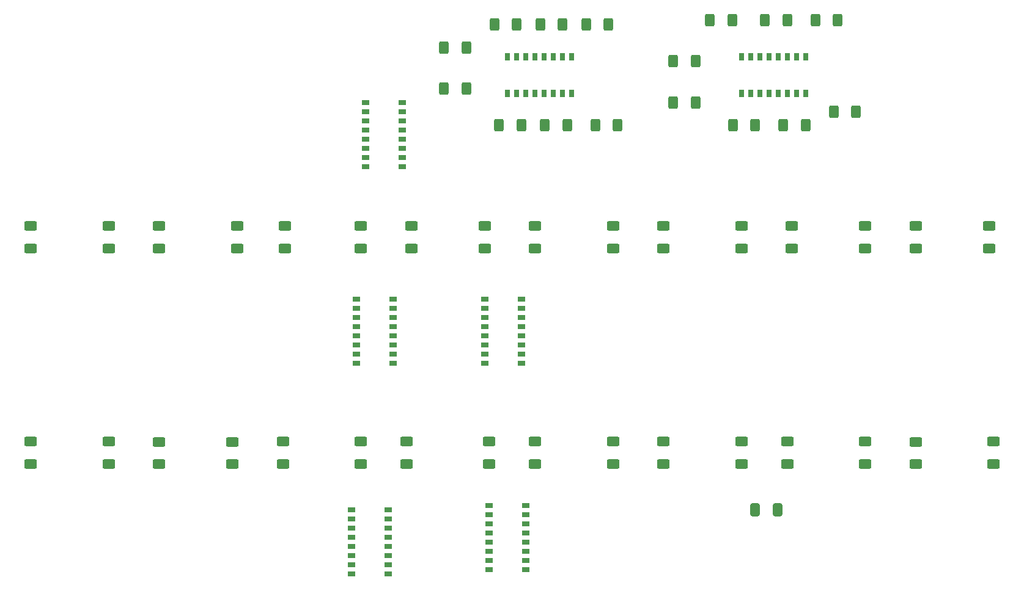
<source format=gbr>
%TF.GenerationSoftware,KiCad,Pcbnew,9.0.3*%
%TF.CreationDate,2026-01-07T19:03:45+01:00*%
%TF.ProjectId,Learning_Numbers,4c656172-6e69-46e6-975f-4e756d626572,rev?*%
%TF.SameCoordinates,Original*%
%TF.FileFunction,Paste,Bot*%
%TF.FilePolarity,Positive*%
%FSLAX46Y46*%
G04 Gerber Fmt 4.6, Leading zero omitted, Abs format (unit mm)*
G04 Created by KiCad (PCBNEW 9.0.3) date 2026-01-07 19:03:45*
%MOMM*%
%LPD*%
G01*
G04 APERTURE LIST*
G04 Aperture macros list*
%AMRoundRect*
0 Rectangle with rounded corners*
0 $1 Rounding radius*
0 $2 $3 $4 $5 $6 $7 $8 $9 X,Y pos of 4 corners*
0 Add a 4 corners polygon primitive as box body*
4,1,4,$2,$3,$4,$5,$6,$7,$8,$9,$2,$3,0*
0 Add four circle primitives for the rounded corners*
1,1,$1+$1,$2,$3*
1,1,$1+$1,$4,$5*
1,1,$1+$1,$6,$7*
1,1,$1+$1,$8,$9*
0 Add four rect primitives between the rounded corners*
20,1,$1+$1,$2,$3,$4,$5,0*
20,1,$1+$1,$4,$5,$6,$7,0*
20,1,$1+$1,$6,$7,$8,$9,0*
20,1,$1+$1,$8,$9,$2,$3,0*%
G04 Aperture macros list end*
%ADD10RoundRect,0.250000X0.400000X0.625000X-0.400000X0.625000X-0.400000X-0.625000X0.400000X-0.625000X0*%
%ADD11RoundRect,0.250000X-0.625000X0.400000X-0.625000X-0.400000X0.625000X-0.400000X0.625000X0.400000X0*%
%ADD12RoundRect,0.250000X0.625000X-0.400000X0.625000X0.400000X-0.625000X0.400000X-0.625000X-0.400000X0*%
%ADD13RoundRect,0.114000X0.436000X0.266000X-0.436000X0.266000X-0.436000X-0.266000X0.436000X-0.266000X0*%
%ADD14RoundRect,0.250000X-0.412500X-0.650000X0.412500X-0.650000X0.412500X0.650000X-0.412500X0.650000X0*%
%ADD15RoundRect,0.114000X0.266000X-0.436000X0.266000X0.436000X-0.266000X0.436000X-0.266000X-0.436000X0*%
%ADD16RoundRect,0.114000X-0.436000X-0.266000X0.436000X-0.266000X0.436000X0.266000X-0.436000X0.266000X0*%
G04 APERTURE END LIST*
D10*
%TO.C,R42*%
X160655000Y-76835000D03*
X157555000Y-76835000D03*
%TD*%
D11*
%TO.C,R16*%
X189230000Y-135255000D03*
X189230000Y-138355000D03*
%TD*%
D12*
%TO.C,R26*%
X73660000Y-138430000D03*
X73660000Y-135330000D03*
%TD*%
D13*
%TO.C,U7*%
X123825000Y-115570000D03*
X123825000Y-116840000D03*
X123825000Y-118110000D03*
X123825000Y-119380000D03*
X123825000Y-120650000D03*
X123825000Y-121920000D03*
X123825000Y-123190000D03*
X123825000Y-124460000D03*
X118745000Y-124460000D03*
X118745000Y-123190000D03*
X118745000Y-121920000D03*
X118745000Y-120650000D03*
X118745000Y-119380000D03*
X118745000Y-118110000D03*
X118745000Y-116840000D03*
X118745000Y-115570000D03*
%TD*%
D11*
%TO.C,R4*%
X118745000Y-105410000D03*
X118745000Y-108510000D03*
%TD*%
%TO.C,R11*%
X101600000Y-135255000D03*
X101600000Y-138355000D03*
%TD*%
D10*
%TO.C,R34*%
X129540000Y-77470000D03*
X126440000Y-77470000D03*
%TD*%
%TO.C,R49*%
X147955000Y-88265000D03*
X144855000Y-88265000D03*
%TD*%
D11*
%TO.C,R1*%
X66675000Y-105410000D03*
X66675000Y-108510000D03*
%TD*%
D12*
%TO.C,R21*%
X125730000Y-108510000D03*
X125730000Y-105410000D03*
%TD*%
%TO.C,R30*%
X143510000Y-138355000D03*
X143510000Y-135255000D03*
%TD*%
D10*
%TO.C,R46*%
X170180000Y-89535000D03*
X167080000Y-89535000D03*
%TD*%
D11*
%TO.C,R15*%
X171450000Y-135255000D03*
X171450000Y-138355000D03*
%TD*%
D13*
%TO.C,U2*%
X106045000Y-115570000D03*
X106045000Y-116840000D03*
X106045000Y-118110000D03*
X106045000Y-119380000D03*
X106045000Y-120650000D03*
X106045000Y-121920000D03*
X106045000Y-123190000D03*
X106045000Y-124460000D03*
X100965000Y-124460000D03*
X100965000Y-123190000D03*
X100965000Y-121920000D03*
X100965000Y-120650000D03*
X100965000Y-119380000D03*
X100965000Y-118110000D03*
X100965000Y-116840000D03*
X100965000Y-115570000D03*
%TD*%
D12*
%TO.C,R19*%
X91085000Y-108510000D03*
X91085000Y-105410000D03*
%TD*%
D11*
%TO.C,R8*%
X188595000Y-105410000D03*
X188595000Y-108510000D03*
%TD*%
D12*
%TO.C,R24*%
X178435000Y-108510000D03*
X178435000Y-105410000D03*
%TD*%
D11*
%TO.C,R12*%
X119380000Y-135255000D03*
X119380000Y-138355000D03*
%TD*%
D14*
%TO.C,C1*%
X156210000Y-144780000D03*
X159335000Y-144780000D03*
%TD*%
D12*
%TO.C,R25*%
X55880000Y-138355000D03*
X55880000Y-135255000D03*
%TD*%
%TO.C,R22*%
X143510000Y-108510000D03*
X143510000Y-105410000D03*
%TD*%
%TO.C,R23*%
X161290000Y-108510000D03*
X161290000Y-105410000D03*
%TD*%
D10*
%TO.C,R39*%
X123190000Y-77470000D03*
X120090000Y-77470000D03*
%TD*%
%TO.C,R48*%
X147955000Y-82550000D03*
X144855000Y-82550000D03*
%TD*%
D12*
%TO.C,R32*%
X178435000Y-138430000D03*
X178435000Y-135330000D03*
%TD*%
D10*
%TO.C,R45*%
X167640000Y-76835000D03*
X164540000Y-76835000D03*
%TD*%
D12*
%TO.C,R29*%
X125730000Y-138355000D03*
X125730000Y-135255000D03*
%TD*%
D15*
%TO.C,U4*%
X130810000Y-86995000D03*
X129540000Y-86995000D03*
X128270000Y-86995000D03*
X127000000Y-86995000D03*
X125730000Y-86995000D03*
X124460000Y-86995000D03*
X123190000Y-86995000D03*
X121920000Y-86995000D03*
X121920000Y-81915000D03*
X123190000Y-81915000D03*
X124460000Y-81915000D03*
X125730000Y-81915000D03*
X127000000Y-81915000D03*
X128270000Y-81915000D03*
X129540000Y-81915000D03*
X130810000Y-81915000D03*
%TD*%
D16*
%TO.C,U6*%
X102235000Y-97155000D03*
X102235000Y-95885000D03*
X102235000Y-94615000D03*
X102235000Y-93345000D03*
X102235000Y-92075000D03*
X102235000Y-90805000D03*
X102235000Y-89535000D03*
X102235000Y-88265000D03*
X107315000Y-88265000D03*
X107315000Y-89535000D03*
X107315000Y-90805000D03*
X107315000Y-92075000D03*
X107315000Y-93345000D03*
X107315000Y-94615000D03*
X107315000Y-95885000D03*
X107315000Y-97155000D03*
%TD*%
D10*
%TO.C,R41*%
X116205000Y-80645000D03*
X113105000Y-80645000D03*
%TD*%
%TO.C,R44*%
X156210000Y-91440000D03*
X153110000Y-91440000D03*
%TD*%
D11*
%TO.C,R3*%
X101600000Y-105410000D03*
X101600000Y-108510000D03*
%TD*%
D12*
%TO.C,R28*%
X107950000Y-138355000D03*
X107950000Y-135255000D03*
%TD*%
D10*
%TO.C,R37*%
X135890000Y-77470000D03*
X132790000Y-77470000D03*
%TD*%
D13*
%TO.C,U8*%
X124460000Y-144145000D03*
X124460000Y-145415000D03*
X124460000Y-146685000D03*
X124460000Y-147955000D03*
X124460000Y-149225000D03*
X124460000Y-150495000D03*
X124460000Y-151765000D03*
X124460000Y-153035000D03*
X119380000Y-153035000D03*
X119380000Y-151765000D03*
X119380000Y-150495000D03*
X119380000Y-149225000D03*
X119380000Y-147955000D03*
X119380000Y-146685000D03*
X119380000Y-145415000D03*
X119380000Y-144145000D03*
%TD*%
D11*
%TO.C,R2*%
X84455000Y-105410000D03*
X84455000Y-108510000D03*
%TD*%
%TO.C,R9*%
X66675000Y-135255000D03*
X66675000Y-138355000D03*
%TD*%
D10*
%TO.C,R47*%
X153035000Y-76835000D03*
X149935000Y-76835000D03*
%TD*%
D11*
%TO.C,R5*%
X136525000Y-105410000D03*
X136525000Y-108510000D03*
%TD*%
D12*
%TO.C,R20*%
X108585000Y-108510000D03*
X108585000Y-105410000D03*
%TD*%
D10*
%TO.C,R38*%
X137160000Y-91440000D03*
X134060000Y-91440000D03*
%TD*%
D15*
%TO.C,U5*%
X163195000Y-86995000D03*
X161925000Y-86995000D03*
X160655000Y-86995000D03*
X159385000Y-86995000D03*
X158115000Y-86995000D03*
X156845000Y-86995000D03*
X155575000Y-86995000D03*
X154305000Y-86995000D03*
X154305000Y-81915000D03*
X155575000Y-81915000D03*
X156845000Y-81915000D03*
X158115000Y-81915000D03*
X159385000Y-81915000D03*
X160655000Y-81915000D03*
X161925000Y-81915000D03*
X163195000Y-81915000D03*
%TD*%
D12*
%TO.C,R17*%
X55880000Y-108510000D03*
X55880000Y-105410000D03*
%TD*%
D10*
%TO.C,R35*%
X130175000Y-91440000D03*
X127075000Y-91440000D03*
%TD*%
D12*
%TO.C,R18*%
X73660000Y-108510000D03*
X73660000Y-105410000D03*
%TD*%
%TO.C,R31*%
X160655000Y-138355000D03*
X160655000Y-135255000D03*
%TD*%
D10*
%TO.C,R40*%
X116205000Y-86360000D03*
X113105000Y-86360000D03*
%TD*%
D11*
%TO.C,R10*%
X83820000Y-135330000D03*
X83820000Y-138430000D03*
%TD*%
D12*
%TO.C,R27*%
X90805000Y-138355000D03*
X90805000Y-135255000D03*
%TD*%
D11*
%TO.C,R13*%
X136525000Y-135255000D03*
X136525000Y-138355000D03*
%TD*%
D10*
%TO.C,R43*%
X163195000Y-91440000D03*
X160095000Y-91440000D03*
%TD*%
D13*
%TO.C,U3*%
X105410000Y-144780000D03*
X105410000Y-146050000D03*
X105410000Y-147320000D03*
X105410000Y-148590000D03*
X105410000Y-149860000D03*
X105410000Y-151130000D03*
X105410000Y-152400000D03*
X105410000Y-153670000D03*
X100330000Y-153670000D03*
X100330000Y-152400000D03*
X100330000Y-151130000D03*
X100330000Y-149860000D03*
X100330000Y-148590000D03*
X100330000Y-147320000D03*
X100330000Y-146050000D03*
X100330000Y-144780000D03*
%TD*%
D11*
%TO.C,R7*%
X171450000Y-105410000D03*
X171450000Y-108510000D03*
%TD*%
%TO.C,R6*%
X154305000Y-105410000D03*
X154305000Y-108510000D03*
%TD*%
D10*
%TO.C,R36*%
X123825000Y-91440000D03*
X120725000Y-91440000D03*
%TD*%
D11*
%TO.C,R14*%
X154305000Y-135255000D03*
X154305000Y-138355000D03*
%TD*%
M02*

</source>
